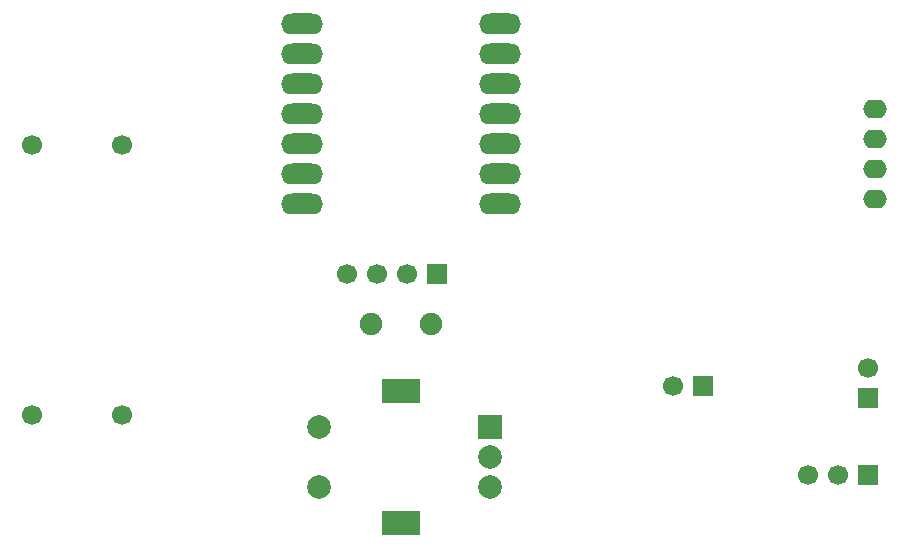
<source format=gbr>
%TF.GenerationSoftware,KiCad,Pcbnew,9.0.6*%
%TF.CreationDate,2026-02-02T20:02:42-08:00*%
%TF.ProjectId,Display Device,44697370-6c61-4792-9044-65766963652e,rev?*%
%TF.SameCoordinates,Original*%
%TF.FileFunction,Soldermask,Bot*%
%TF.FilePolarity,Negative*%
%FSLAX46Y46*%
G04 Gerber Fmt 4.6, Leading zero omitted, Abs format (unit mm)*
G04 Created by KiCad (PCBNEW 9.0.6) date 2026-02-02 20:02:42*
%MOMM*%
%LPD*%
G01*
G04 APERTURE LIST*
%ADD10O,2.000000X1.600000*%
%ADD11R,1.700000X1.700000*%
%ADD12C,1.700000*%
%ADD13R,2.000000X2.000000*%
%ADD14C,2.000000*%
%ADD15R,3.200000X2.000000*%
%ADD16O,3.556000X1.778000*%
%ADD17C,1.905000*%
G04 APERTURE END LIST*
D10*
%TO.C,Brd1*%
X220600000Y-65620000D03*
X220600000Y-63080000D03*
X220600000Y-60540000D03*
X220600000Y-58000000D03*
%TD*%
D11*
%TO.C,BT1*%
X220000000Y-82500000D03*
D12*
X220000000Y-79960000D03*
%TD*%
D13*
%TO.C,SW2*%
X188000000Y-85000000D03*
D14*
X188000000Y-90000000D03*
X188000000Y-87500000D03*
D15*
X180500000Y-93100000D03*
X180500000Y-81900000D03*
D14*
X173500000Y-90000000D03*
X173500000Y-85000000D03*
%TD*%
D11*
%TO.C,SW1*%
X220000000Y-89000000D03*
D12*
X217460000Y-89000000D03*
X214920000Y-89000000D03*
%TD*%
D11*
%TO.C,D1*%
X183540000Y-72000000D03*
D12*
X181000000Y-72000000D03*
X178460000Y-72000000D03*
X175920000Y-72000000D03*
%TD*%
%TO.C,M1*%
X156810000Y-61070000D03*
X149190000Y-61070000D03*
X149190000Y-83930000D03*
X156810000Y-83930000D03*
%TD*%
D11*
%TO.C,SW3*%
X206000000Y-81500000D03*
D12*
X203460000Y-81500000D03*
%TD*%
D16*
%TO.C,U2*%
X188882000Y-50800000D03*
X188882000Y-53340000D03*
X188882000Y-55880000D03*
X188882000Y-58420000D03*
X188882000Y-60960000D03*
X188882000Y-63500000D03*
X188882000Y-66040000D03*
X172118000Y-66040000D03*
X172118000Y-63500000D03*
X172118000Y-60960000D03*
X172118000Y-58420000D03*
X172118000Y-55880000D03*
X172118000Y-53340000D03*
X172118000Y-50800000D03*
D17*
X183040000Y-76200000D03*
X177960000Y-76200000D03*
%TD*%
M02*

</source>
